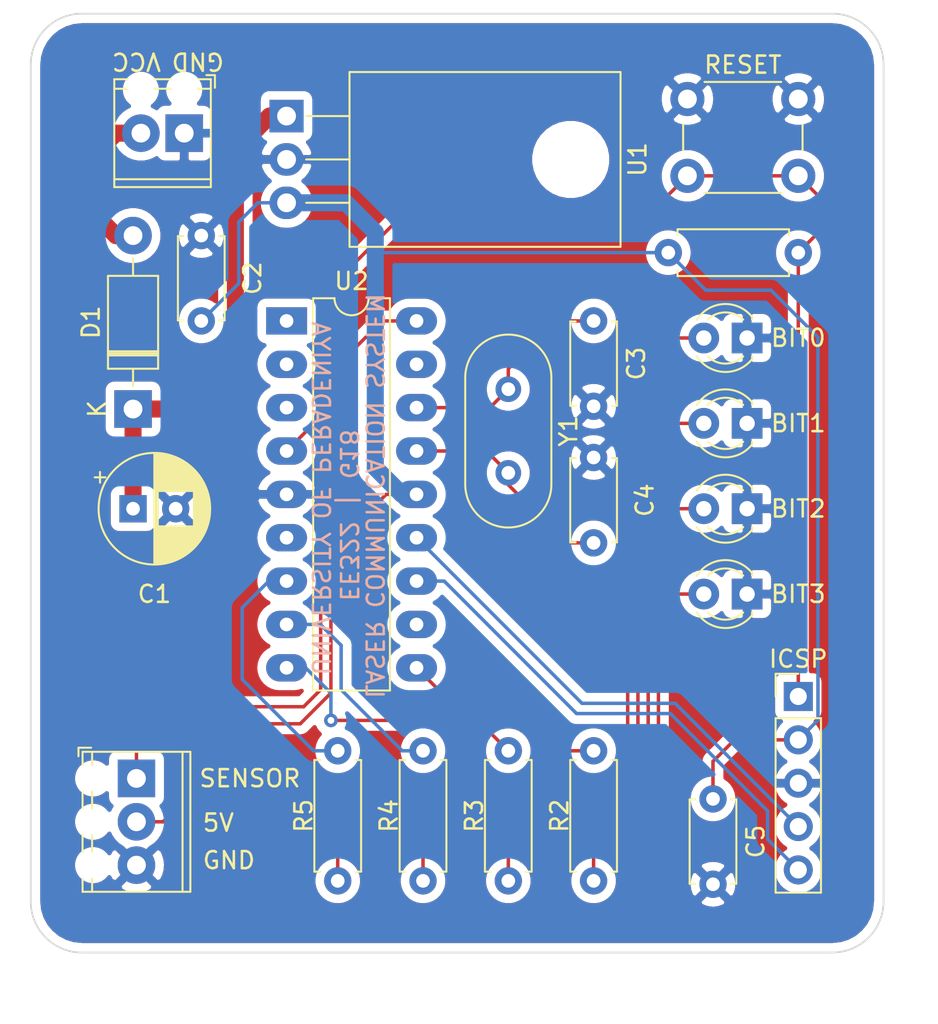
<source format=kicad_pcb>
(kicad_pcb (version 20171130) (host pcbnew "(5.1.9)-1")
  (layers (0 F.Cu signal) (31 B.Cu signal) (34 B.Paste user) (35 F.Paste user) (36 B.SilkS user) (37 F.SilkS user) (38 B.Mask user) (39 F.Mask user) (44 Edge.Cuts user))
  (net 0 "")
  (net 1 "Net-(C1-Pad1)")
  (net 2 GND)
  (net 3 5V)
  (net 4 "Net-(C3-Pad1)")
  (net 5 "Net-(C4-Pad1)")
  (net 6 "Net-(D1-Pad2)")
  (net 7 "Net-(D2-Pad2)")
  (net 8 "Net-(D3-Pad2)")
  (net 9 "Net-(D4-Pad2)")
  (net 10 "Net-(D5-Pad2)")
  (net 11 SENSOR)
  (net 12 MCLR)
  (net 13 DATA)
  (net 14 CLOCK)
  (net 15 BIT3)
  (net 16 BIT2)
  (net 17 BIT1)
  (net 18 BIT0)
  (net 19 "Net-(U2-Pad1)")
  (net 20 "Net-(U2-Pad2)")
  (net 21 "Net-(U2-Pad11)")
  (net 22 "Net-(U2-Pad3)")
  (net 23 "Net-(U2-Pad6)")
  (net 24 "Net-(U2-Pad17)")
  (module Connector_PinHeader_2.54mm:PinHeader_1x05_P2.54mm_Vertical (layer F.Cu) (at 161.8 100.8)
    (fp_text reference ICSP (at 0 -2.2) (layer F.SilkS))
    (fp_text value Conn_01x05_Male)
    (fp_line (start -1.33 11.49) (end 1.33 11.49) (layer F.SilkS) (width 0.12))
    (fp_line (start -1.33 1.27) (end -1.33 11.49) (layer F.SilkS) (width 0.12))
    (fp_line (start 1.33 1.27) (end 1.33 11.49) (layer F.SilkS) (width 0.12))
    (fp_line (start -1.33 1.27) (end 1.33 1.27) (layer F.SilkS) (width 0.12))
    (fp_line (start -1.33 0) (end -1.33 -1.33) (layer F.SilkS) (width 0.12))
    (fp_line (start -1.33 -1.33) (end 0 -1.33) (layer F.SilkS) (width 0.12))
    (pad 5 thru_hole oval (at 0 10.16) (size 1.7 1.7) (drill 1) (layers *.Cu *.Mask) (net 14 CLOCK))
    (pad 4 thru_hole oval (at 0 7.62) (size 1.7 1.7) (drill 1) (layers *.Cu *.Mask) (net 13 DATA))
    (pad 3 thru_hole oval (at 0 5.08) (size 1.7 1.7) (drill 1) (layers *.Cu *.Mask) (net 2 GND))
    (pad 2 thru_hole oval (at 0 2.54) (size 1.7 1.7) (drill 1) (layers *.Cu *.Mask) (net 3 5V))
    (pad 1 thru_hole rect (at 0 0) (size 1.7 1.7) (drill 1) (layers *.Cu *.Mask) (net 12 MCLR))
  )
  (module Capacitor_THT:CP_Radial_D6.3mm_P2.50mm (layer F.Cu) (at 122.8 89.8)
    (fp_text reference C1 (at 1.25 5) (layer F.SilkS))
    (fp_text value 100uF)
    (fp_line (start -1.935241 -2.154) (end -1.935241 -1.524) (layer F.SilkS) (width 0.12))
    (fp_line (start -2.250241 -1.839) (end -1.620241 -1.839) (layer F.SilkS) (width 0.12))
    (fp_line (start 4.491 -0.402) (end 4.491 0.402) (layer F.SilkS) (width 0.12))
    (fp_line (start 4.451 -0.633) (end 4.451 0.633) (layer F.SilkS) (width 0.12))
    (fp_line (start 4.411 -0.802) (end 4.411 0.802) (layer F.SilkS) (width 0.12))
    (fp_line (start 4.371 -0.94) (end 4.371 0.94) (layer F.SilkS) (width 0.12))
    (fp_line (start 4.331 -1.059) (end 4.331 1.059) (layer F.SilkS) (width 0.12))
    (fp_line (start 4.291 -1.165) (end 4.291 1.165) (layer F.SilkS) (width 0.12))
    (fp_line (start 4.251 -1.262) (end 4.251 1.262) (layer F.SilkS) (width 0.12))
    (fp_line (start 4.211 -1.35) (end 4.211 1.35) (layer F.SilkS) (width 0.12))
    (fp_line (start 4.171 -1.432) (end 4.171 1.432) (layer F.SilkS) (width 0.12))
    (fp_line (start 4.131 -1.509) (end 4.131 1.509) (layer F.SilkS) (width 0.12))
    (fp_line (start 4.091 -1.581) (end 4.091 1.581) (layer F.SilkS) (width 0.12))
    (fp_line (start 4.051 -1.65) (end 4.051 1.65) (layer F.SilkS) (width 0.12))
    (fp_line (start 4.011 -1.714) (end 4.011 1.714) (layer F.SilkS) (width 0.12))
    (fp_line (start 3.971 -1.776) (end 3.971 1.776) (layer F.SilkS) (width 0.12))
    (fp_line (start 3.931 -1.834) (end 3.931 1.834) (layer F.SilkS) (width 0.12))
    (fp_line (start 3.891 -1.89) (end 3.891 1.89) (layer F.SilkS) (width 0.12))
    (fp_line (start 3.851 -1.944) (end 3.851 1.944) (layer F.SilkS) (width 0.12))
    (fp_line (start 3.811 -1.995) (end 3.811 1.995) (layer F.SilkS) (width 0.12))
    (fp_line (start 3.771 -2.044) (end 3.771 2.044) (layer F.SilkS) (width 0.12))
    (fp_line (start 3.731 -2.092) (end 3.731 2.092) (layer F.SilkS) (width 0.12))
    (fp_line (start 3.691 -2.137) (end 3.691 2.137) (layer F.SilkS) (width 0.12))
    (fp_line (start 3.651 -2.182) (end 3.651 2.182) (layer F.SilkS) (width 0.12))
    (fp_line (start 3.611 -2.224) (end 3.611 2.224) (layer F.SilkS) (width 0.12))
    (fp_line (start 3.571 -2.265) (end 3.571 2.265) (layer F.SilkS) (width 0.12))
    (fp_line (start 3.531 1.04) (end 3.531 2.305) (layer F.SilkS) (width 0.12))
    (fp_line (start 3.531 -2.305) (end 3.531 -1.04) (layer F.SilkS) (width 0.12))
    (fp_line (start 3.491 1.04) (end 3.491 2.343) (layer F.SilkS) (width 0.12))
    (fp_line (start 3.491 -2.343) (end 3.491 -1.04) (layer F.SilkS) (width 0.12))
    (fp_line (start 3.451 1.04) (end 3.451 2.38) (layer F.SilkS) (width 0.12))
    (fp_line (start 3.451 -2.38) (end 3.451 -1.04) (layer F.SilkS) (width 0.12))
    (fp_line (start 3.411 1.04) (end 3.411 2.416) (layer F.SilkS) (width 0.12))
    (fp_line (start 3.411 -2.416) (end 3.411 -1.04) (layer F.SilkS) (width 0.12))
    (fp_line (start 3.371 1.04) (end 3.371 2.45) (layer F.SilkS) (width 0.12))
    (fp_line (start 3.371 -2.45) (end 3.371 -1.04) (layer F.SilkS) (width 0.12))
    (fp_line (start 3.331 1.04) (end 3.331 2.484) (layer F.SilkS) (width 0.12))
    (fp_line (start 3.331 -2.484) (end 3.331 -1.04) (layer F.SilkS) (width 0.12))
    (fp_line (start 3.291 1.04) (end 3.291 2.516) (layer F.SilkS) (width 0.12))
    (fp_line (start 3.291 -2.516) (end 3.291 -1.04) (layer F.SilkS) (width 0.12))
    (fp_line (start 3.251 1.04) (end 3.251 2.548) (layer F.SilkS) (width 0.12))
    (fp_line (start 3.251 -2.548) (end 3.251 -1.04) (layer F.SilkS) (width 0.12))
    (fp_line (start 3.211 1.04) (end 3.211 2.578) (layer F.SilkS) (width 0.12))
    (fp_line (start 3.211 -2.578) (end 3.211 -1.04) (layer F.SilkS) (width 0.12))
    (fp_line (start 3.171 1.04) (end 3.171 2.607) (layer F.SilkS) (width 0.12))
    (fp_line (start 3.171 -2.607) (end 3.171 -1.04) (layer F.SilkS) (width 0.12))
    (fp_line (start 3.131 1.04) (end 3.131 2.636) (layer F.SilkS) (width 0.12))
    (fp_line (start 3.131 -2.636) (end 3.131 -1.04) (layer F.SilkS) (width 0.12))
    (fp_line (start 3.091 1.04) (end 3.091 2.664) (layer F.SilkS) (width 0.12))
    (fp_line (start 3.091 -2.664) (end 3.091 -1.04) (layer F.SilkS) (width 0.12))
    (fp_line (start 3.051 1.04) (end 3.051 2.69) (layer F.SilkS) (width 0.12))
    (fp_line (start 3.051 -2.69) (end 3.051 -1.04) (layer F.SilkS) (width 0.12))
    (fp_line (start 3.011 1.04) (end 3.011 2.716) (layer F.SilkS) (width 0.12))
    (fp_line (start 3.011 -2.716) (end 3.011 -1.04) (layer F.SilkS) (width 0.12))
    (fp_line (start 2.971 1.04) (end 2.971 2.742) (layer F.SilkS) (width 0.12))
    (fp_line (start 2.971 -2.742) (end 2.971 -1.04) (layer F.SilkS) (width 0.12))
    (fp_line (start 2.931 1.04) (end 2.931 2.766) (layer F.SilkS) (width 0.12))
    (fp_line (start 2.931 -2.766) (end 2.931 -1.04) (layer F.SilkS) (width 0.12))
    (fp_line (start 2.891 1.04) (end 2.891 2.79) (layer F.SilkS) (width 0.12))
    (fp_line (start 2.891 -2.79) (end 2.891 -1.04) (layer F.SilkS) (width 0.12))
    (fp_line (start 2.851 1.04) (end 2.851 2.812) (layer F.SilkS) (width 0.12))
    (fp_line (start 2.851 -2.812) (end 2.851 -1.04) (layer F.SilkS) (width 0.12))
    (fp_line (start 2.811 1.04) (end 2.811 2.834) (layer F.SilkS) (width 0.12))
    (fp_line (start 2.811 -2.834) (end 2.811 -1.04) (layer F.SilkS) (width 0.12))
    (fp_line (start 2.771 1.04) (end 2.771 2.856) (layer F.SilkS) (width 0.12))
    (fp_line (start 2.771 -2.856) (end 2.771 -1.04) (layer F.SilkS) (width 0.12))
    (fp_line (start 2.731 1.04) (end 2.731 2.876) (layer F.SilkS) (width 0.12))
    (fp_line (start 2.731 -2.876) (end 2.731 -1.04) (layer F.SilkS) (width 0.12))
    (fp_line (start 2.691 1.04) (end 2.691 2.896) (layer F.SilkS) (width 0.12))
    (fp_line (start 2.691 -2.896) (end 2.691 -1.04) (layer F.SilkS) (width 0.12))
    (fp_line (start 2.651 1.04) (end 2.651 2.916) (layer F.SilkS) (width 0.12))
    (fp_line (start 2.651 -2.916) (end 2.651 -1.04) (layer F.SilkS) (width 0.12))
    (fp_line (start 2.611 1.04) (end 2.611 2.934) (layer F.SilkS) (width 0.12))
    (fp_line (start 2.611 -2.934) (end 2.611 -1.04) (layer F.SilkS) (width 0.12))
    (fp_line (start 2.571 1.04) (end 2.571 2.952) (layer F.SilkS) (width 0.12))
    (fp_line (start 2.571 -2.952) (end 2.571 -1.04) (layer F.SilkS) (width 0.12))
    (fp_line (start 2.531 1.04) (end 2.531 2.97) (layer F.SilkS) (width 0.12))
    (fp_line (start 2.531 -2.97) (end 2.531 -1.04) (layer F.SilkS) (width 0.12))
    (fp_line (start 2.491 1.04) (end 2.491 2.986) (layer F.SilkS) (width 0.12))
    (fp_line (start 2.491 -2.986) (end 2.491 -1.04) (layer F.SilkS) (width 0.12))
    (fp_line (start 2.451 1.04) (end 2.451 3.002) (layer F.SilkS) (width 0.12))
    (fp_line (start 2.451 -3.002) (end 2.451 -1.04) (layer F.SilkS) (width 0.12))
    (fp_line (start 2.411 1.04) (end 2.411 3.018) (layer F.SilkS) (width 0.12))
    (fp_line (start 2.411 -3.018) (end 2.411 -1.04) (layer F.SilkS) (width 0.12))
    (fp_line (start 2.371 1.04) (end 2.371 3.033) (layer F.SilkS) (width 0.12))
    (fp_line (start 2.371 -3.033) (end 2.371 -1.04) (layer F.SilkS) (width 0.12))
    (fp_line (start 2.331 1.04) (end 2.331 3.047) (layer F.SilkS) (width 0.12))
    (fp_line (start 2.331 -3.047) (end 2.331 -1.04) (layer F.SilkS) (width 0.12))
    (fp_line (start 2.291 1.04) (end 2.291 3.061) (layer F.SilkS) (width 0.12))
    (fp_line (start 2.291 -3.061) (end 2.291 -1.04) (layer F.SilkS) (width 0.12))
    (fp_line (start 2.251 1.04) (end 2.251 3.074) (layer F.SilkS) (width 0.12))
    (fp_line (start 2.251 -3.074) (end 2.251 -1.04) (layer F.SilkS) (width 0.12))
    (fp_line (start 2.211 1.04) (end 2.211 3.086) (layer F.SilkS) (width 0.12))
    (fp_line (start 2.211 -3.086) (end 2.211 -1.04) (layer F.SilkS) (width 0.12))
    (fp_line (start 2.171 1.04) (end 2.171 3.098) (layer F.SilkS) (width 0.12))
    (fp_line (start 2.171 -3.098) (end 2.171 -1.04) (layer F.SilkS) (width 0.12))
    (fp_line (start 2.131 1.04) (end 2.131 3.11) (layer F.SilkS) (width 0.12))
    (fp_line (start 2.131 -3.11) (end 2.131 -1.04) (layer F.SilkS) (width 0.12))
    (fp_line (start 2.091 1.04) (end 2.091 3.121) (layer F.SilkS) (width 0.12))
    (fp_line (start 2.091 -3.121) (end 2.091 -1.04) (layer F.SilkS) (width 0.12))
    (fp_line (start 2.051 1.04) (end 2.051 3.131) (layer F.SilkS) (width 0.12))
    (fp_line (start 2.051 -3.131) (end 2.051 -1.04) (layer F.SilkS) (width 0.12))
    (fp_line (start 2.011 1.04) (end 2.011 3.141) (layer F.SilkS) (width 0.12))
    (fp_line (start 2.011 -3.141) (end 2.011 -1.04) (layer F.SilkS) (width 0.12))
    (fp_line (start 1.971 1.04) (end 1.971 3.15) (layer F.SilkS) (width 0.12))
    (fp_line (start 1.971 -3.15) (end 1.971 -1.04) (layer F.SilkS) (width 0.12))
    (fp_line (start 1.93 1.04) (end 1.93 3.159) (layer F.SilkS) (width 0.12))
    (fp_line (start 1.93 -3.159) (end 1.93 -1.04) (layer F.SilkS) (width 0.12))
    (fp_line (start 1.89 1.04) (end 1.89 3.167) (layer F.SilkS) (width 0.12))
    (fp_line (start 1.89 -3.167) (end 1.89 -1.04) (layer F.SilkS) (width 0.12))
    (fp_line (start 1.85 1.04) (end 1.85 3.175) (layer F.SilkS) (width 0.12))
    (fp_line (start 1.85 -3.175) (end 1.85 -1.04) (layer F.SilkS) (width 0.12))
    (fp_line (start 1.81 1.04) (end 1.81 3.182) (layer F.SilkS) (width 0.12))
    (fp_line (start 1.81 -3.182) (end 1.81 -1.04) (layer F.SilkS) (width 0.12))
    (fp_line (start 1.77 1.04) (end 1.77 3.189) (layer F.SilkS) (width 0.12))
    (fp_line (start 1.77 -3.189) (end 1.77 -1.04) (layer F.SilkS) (width 0.12))
    (fp_line (start 1.73 1.04) (end 1.73 3.195) (layer F.SilkS) (width 0.12))
    (fp_line (start 1.73 -3.195) (end 1.73 -1.04) (layer F.SilkS) (width 0.12))
    (fp_line (start 1.69 1.04) (end 1.69 3.201) (layer F.SilkS) (width 0.12))
    (fp_line (start 1.69 -3.201) (end 1.69 -1.04) (layer F.SilkS) (width 0.12))
    (fp_line (start 1.65 1.04) (end 1.65 3.206) (layer F.SilkS) (width 0.12))
    (fp_line (start 1.65 -3.206) (end 1.65 -1.04) (layer F.SilkS) (width 0.12))
    (fp_line (start 1.61 1.04) (end 1.61 3.211) (layer F.SilkS) (width 0.12))
    (fp_line (start 1.61 -3.211) (end 1.61 -1.04) (layer F.SilkS) (width 0.12))
    (fp_line (start 1.57 1.04) (end 1.57 3.215) (layer F.SilkS) (width 0.12))
    (fp_line (start 1.57 -3.215) (end 1.57 -1.04) (layer F.SilkS) (width 0.12))
    (fp_line (start 1.53 1.04) (end 1.53 3.218) (layer F.SilkS) (width 0.12))
    (fp_line (start 1.53 -3.218) (end 1.53 -1.04) (layer F.SilkS) (width 0.12))
    (fp_line (start 1.49 1.04) (end 1.49 3.222) (layer F.SilkS) (width 0.12))
    (fp_line (start 1.49 -3.222) (end 1.49 -1.04) (layer F.SilkS) (width 0.12))
    (fp_line (start 1.45 -3.224) (end 1.45 3.224) (layer F.SilkS) (width 0.12))
    (fp_line (start 1.41 -3.227) (end 1.41 3.227) (layer F.SilkS) (width 0.12))
    (fp_line (start 1.37 -3.228) (end 1.37 3.228) (layer F.SilkS) (width 0.12))
    (fp_line (start 1.33 -3.23) (end 1.33 3.23) (layer F.SilkS) (width 0.12))
    (fp_line (start 1.29 -3.23) (end 1.29 3.23) (layer F.SilkS) (width 0.12))
    (fp_line (start 1.25 -3.23) (end 1.25 3.23) (layer F.SilkS) (width 0.12))
    (fp_circle (center 1.25 0) (end 4.52 0) (layer F.SilkS) (width 0.12))
    (pad 1 thru_hole rect (at 0 0) (size 1.6 1.6) (drill 0.8) (layers *.Cu *.Mask) (net 1 "Net-(C1-Pad1)"))
    (pad 2 thru_hole circle (at 2.5 0) (size 1.6 1.6) (drill 0.8) (layers *.Cu *.Mask) (net 2 GND))
  )
  (module Capacitor_THT:C_Disc_D4.7mm_W2.5mm_P5.00mm (layer F.Cu) (at 126.8 78.8 90)
    (fp_text reference C2 (at 2.5 3 90) (layer F.SilkS))
    (fp_text value 0.1uF)
    (fp_line (start 0.03 -1.37) (end 4.97 -1.37) (layer F.SilkS) (width 0.12))
    (fp_line (start 0.03 1.37) (end 4.97 1.37) (layer F.SilkS) (width 0.12))
    (fp_line (start 0.03 -1.37) (end 0.03 -1.055) (layer F.SilkS) (width 0.12))
    (fp_line (start 0.03 1.055) (end 0.03 1.37) (layer F.SilkS) (width 0.12))
    (fp_line (start 4.97 -1.37) (end 4.97 -1.055) (layer F.SilkS) (width 0.12))
    (fp_line (start 4.97 1.055) (end 4.97 1.37) (layer F.SilkS) (width 0.12))
    (pad 2 thru_hole circle (at 5 0 90) (size 1.6 1.6) (drill 0.8) (layers *.Cu *.Mask) (net 2 GND))
    (pad 1 thru_hole circle (at 0 0 90) (size 1.6 1.6) (drill 0.8) (layers *.Cu *.Mask) (net 3 5V))
  )
  (module Capacitor_THT:C_Disc_D4.7mm_W2.5mm_P5.00mm (layer F.Cu) (at 149.8 78.8 270)
    (fp_text reference C3 (at 2.5 -2.5 90) (layer F.SilkS))
    (fp_text value 22pF)
    (fp_line (start 0.03 -1.37) (end 4.97 -1.37) (layer F.SilkS) (width 0.12))
    (fp_line (start 0.03 1.37) (end 4.97 1.37) (layer F.SilkS) (width 0.12))
    (fp_line (start 0.03 -1.37) (end 0.03 -1.055) (layer F.SilkS) (width 0.12))
    (fp_line (start 0.03 1.055) (end 0.03 1.37) (layer F.SilkS) (width 0.12))
    (fp_line (start 4.97 -1.37) (end 4.97 -1.055) (layer F.SilkS) (width 0.12))
    (fp_line (start 4.97 1.055) (end 4.97 1.37) (layer F.SilkS) (width 0.12))
    (pad 2 thru_hole circle (at 5 0 270) (size 1.6 1.6) (drill 0.8) (layers *.Cu *.Mask) (net 2 GND))
    (pad 1 thru_hole circle (at 0 0 270) (size 1.6 1.6) (drill 0.8) (layers *.Cu *.Mask) (net 4 "Net-(C3-Pad1)"))
  )
  (module Capacitor_THT:C_Disc_D4.7mm_W2.5mm_P5.00mm (layer F.Cu) (at 149.8 91.8 90)
    (fp_text reference C4 (at 2.5 3 90) (layer F.SilkS))
    (fp_text value 22pF)
    (fp_line (start 4.97 1.055) (end 4.97 1.37) (layer F.SilkS) (width 0.12))
    (fp_line (start 4.97 -1.37) (end 4.97 -1.055) (layer F.SilkS) (width 0.12))
    (fp_line (start 0.03 1.055) (end 0.03 1.37) (layer F.SilkS) (width 0.12))
    (fp_line (start 0.03 -1.37) (end 0.03 -1.055) (layer F.SilkS) (width 0.12))
    (fp_line (start 0.03 1.37) (end 4.97 1.37) (layer F.SilkS) (width 0.12))
    (fp_line (start 0.03 -1.37) (end 4.97 -1.37) (layer F.SilkS) (width 0.12))
    (pad 1 thru_hole circle (at 0 0 90) (size 1.6 1.6) (drill 0.8) (layers *.Cu *.Mask) (net 5 "Net-(C4-Pad1)"))
    (pad 2 thru_hole circle (at 5 0 90) (size 1.6 1.6) (drill 0.8) (layers *.Cu *.Mask) (net 2 GND))
  )
  (module Capacitor_THT:C_Disc_D4.7mm_W2.5mm_P5.00mm (layer F.Cu) (at 156.8 106.8 270)
    (fp_text reference C5 (at 2.5 -2.5 90) (layer F.SilkS))
    (fp_text value 0.1uF)
    (fp_line (start 4.97 1.055) (end 4.97 1.37) (layer F.SilkS) (width 0.12))
    (fp_line (start 4.97 -1.37) (end 4.97 -1.055) (layer F.SilkS) (width 0.12))
    (fp_line (start 0.03 1.055) (end 0.03 1.37) (layer F.SilkS) (width 0.12))
    (fp_line (start 0.03 -1.37) (end 0.03 -1.055) (layer F.SilkS) (width 0.12))
    (fp_line (start 0.03 1.37) (end 4.97 1.37) (layer F.SilkS) (width 0.12))
    (fp_line (start 0.03 -1.37) (end 4.97 -1.37) (layer F.SilkS) (width 0.12))
    (pad 1 thru_hole circle (at 0 0 270) (size 1.6 1.6) (drill 0.8) (layers *.Cu *.Mask) (net 3 5V))
    (pad 2 thru_hole circle (at 5 0 270) (size 1.6 1.6) (drill 0.8) (layers *.Cu *.Mask) (net 2 GND))
  )
  (module Diode_THT:D_DO-41_SOD81_P10.16mm_Horizontal (layer F.Cu) (at 122.8 83.96 90)
    (fp_text reference D1 (at 5.08 -2.47 90) (layer F.SilkS))
    (fp_text value 1N4007)
    (fp_line (start 3.14 -1.47) (end 3.14 1.47) (layer F.SilkS) (width 0.12))
    (fp_line (start 3.38 -1.47) (end 3.38 1.47) (layer F.SilkS) (width 0.12))
    (fp_line (start 3.26 -1.47) (end 3.26 1.47) (layer F.SilkS) (width 0.12))
    (fp_line (start 8.82 0) (end 7.8 0) (layer F.SilkS) (width 0.12))
    (fp_line (start 1.34 0) (end 2.36 0) (layer F.SilkS) (width 0.12))
    (fp_line (start 7.8 -1.47) (end 2.36 -1.47) (layer F.SilkS) (width 0.12))
    (fp_line (start 7.8 1.47) (end 7.8 -1.47) (layer F.SilkS) (width 0.12))
    (fp_line (start 2.36 1.47) (end 7.8 1.47) (layer F.SilkS) (width 0.12))
    (fp_line (start 2.36 -1.47) (end 2.36 1.47) (layer F.SilkS) (width 0.12))
    (fp_text user K (at 0 -2.1 90) (layer F.SilkS))
    (pad 1 thru_hole rect (at 0 0 90) (size 2.2 2.2) (drill 1.1) (layers *.Cu *.Mask) (net 1 "Net-(C1-Pad1)"))
    (pad 2 thru_hole oval (at 10.16 0 90) (size 2.2 2.2) (drill 1.1) (layers *.Cu *.Mask) (net 6 "Net-(D1-Pad2)"))
  )
  (module LED_THT:LED_D3.0mm (layer F.Cu) (at 158.8 94.8 180)
    (fp_text reference BIT3 (at -3 0) (layer F.SilkS))
    (fp_text value LED)
    (fp_line (start -0.29 1.08) (end -0.29 1.236) (layer F.SilkS) (width 0.12))
    (fp_line (start -0.29 -1.236) (end -0.29 -1.08) (layer F.SilkS) (width 0.12))
    (fp_arc (start 1.27 0) (end -0.29 -1.235516) (angle 108.8) (layer F.SilkS) (width 0.12))
    (fp_arc (start 1.27 0) (end -0.29 1.235516) (angle -108.8) (layer F.SilkS) (width 0.12))
    (fp_arc (start 1.27 0) (end 0.229039 -1.08) (angle 87.9) (layer F.SilkS) (width 0.12))
    (fp_arc (start 1.27 0) (end 0.229039 1.08) (angle -87.9) (layer F.SilkS) (width 0.12))
    (pad 1 thru_hole rect (at 0 0 180) (size 1.8 1.8) (drill 0.9) (layers *.Cu *.Mask) (net 2 GND))
    (pad 2 thru_hole circle (at 2.54 0 180) (size 1.8 1.8) (drill 0.9) (layers *.Cu *.Mask) (net 7 "Net-(D2-Pad2)"))
  )
  (module LED_THT:LED_D3.0mm (layer F.Cu) (at 158.8 89.8 180)
    (fp_text reference BIT2 (at -3 0) (layer F.SilkS))
    (fp_text value LED)
    (fp_line (start -0.29 -1.236) (end -0.29 -1.08) (layer F.SilkS) (width 0.12))
    (fp_line (start -0.29 1.08) (end -0.29 1.236) (layer F.SilkS) (width 0.12))
    (fp_arc (start 1.27 0) (end 0.229039 1.08) (angle -87.9) (layer F.SilkS) (width 0.12))
    (fp_arc (start 1.27 0) (end 0.229039 -1.08) (angle 87.9) (layer F.SilkS) (width 0.12))
    (fp_arc (start 1.27 0) (end -0.29 1.235516) (angle -108.8) (layer F.SilkS) (width 0.12))
    (fp_arc (start 1.27 0) (end -0.29 -1.235516) (angle 108.8) (layer F.SilkS) (width 0.12))
    (pad 2 thru_hole circle (at 2.54 0 180) (size 1.8 1.8) (drill 0.9) (layers *.Cu *.Mask) (net 8 "Net-(D3-Pad2)"))
    (pad 1 thru_hole rect (at 0 0 180) (size 1.8 1.8) (drill 0.9) (layers *.Cu *.Mask) (net 2 GND))
  )
  (module LED_THT:LED_D3.0mm (layer F.Cu) (at 158.8 84.8 180)
    (fp_text reference BIT1 (at -3 0) (layer F.SilkS))
    (fp_text value LED)
    (fp_line (start -0.29 1.08) (end -0.29 1.236) (layer F.SilkS) (width 0.12))
    (fp_line (start -0.29 -1.236) (end -0.29 -1.08) (layer F.SilkS) (width 0.12))
    (fp_arc (start 1.27 0) (end -0.29 -1.235516) (angle 108.8) (layer F.SilkS) (width 0.12))
    (fp_arc (start 1.27 0) (end -0.29 1.235516) (angle -108.8) (layer F.SilkS) (width 0.12))
    (fp_arc (start 1.27 0) (end 0.229039 -1.08) (angle 87.9) (layer F.SilkS) (width 0.12))
    (fp_arc (start 1.27 0) (end 0.229039 1.08) (angle -87.9) (layer F.SilkS) (width 0.12))
    (pad 1 thru_hole rect (at 0 0 180) (size 1.8 1.8) (drill 0.9) (layers *.Cu *.Mask) (net 2 GND))
    (pad 2 thru_hole circle (at 2.54 0 180) (size 1.8 1.8) (drill 0.9) (layers *.Cu *.Mask) (net 9 "Net-(D4-Pad2)"))
  )
  (module LED_THT:LED_D3.0mm (layer F.Cu) (at 158.8 79.8 180)
    (fp_text reference BIT0 (at -3 0) (layer F.SilkS))
    (fp_text value LED)
    (fp_line (start -0.29 -1.236) (end -0.29 -1.08) (layer F.SilkS) (width 0.12))
    (fp_line (start -0.29 1.08) (end -0.29 1.236) (layer F.SilkS) (width 0.12))
    (fp_arc (start 1.27 0) (end 0.229039 1.08) (angle -87.9) (layer F.SilkS) (width 0.12))
    (fp_arc (start 1.27 0) (end 0.229039 -1.08) (angle 87.9) (layer F.SilkS) (width 0.12))
    (fp_arc (start 1.27 0) (end -0.29 1.235516) (angle -108.8) (layer F.SilkS) (width 0.12))
    (fp_arc (start 1.27 0) (end -0.29 -1.235516) (angle 108.8) (layer F.SilkS) (width 0.12))
    (pad 2 thru_hole circle (at 2.54 0 180) (size 1.8 1.8) (drill 0.9) (layers *.Cu *.Mask) (net 10 "Net-(D5-Pad2)"))
    (pad 1 thru_hole rect (at 0 0 180) (size 1.8 1.8) (drill 0.9) (layers *.Cu *.Mask) (net 2 GND))
  )
  (module TerminalBlock_Phoenix:TerminalBlock_Phoenix_MPT-0,5-2-2.54_1x02_P2.54mm_Horizontal (layer F.Cu) (at 125.8 67.8 180)
    (fp_text reference J1 hide)
    (fp_text value Screw_Terminal_01x02)
    (fp_line (start -1.8 3.4) (end -1.3 3.4) (layer F.SilkS) (width 0.12))
    (fp_line (start -1.8 2.66) (end -1.8 3.4) (layer F.SilkS) (width 0.12))
    (fp_line (start 4.1 -3.16) (end 4.1 3.16) (layer F.SilkS) (width 0.12))
    (fp_line (start -1.56 -3.16) (end -1.56 3.16) (layer F.SilkS) (width 0.12))
    (fp_line (start 3.33 3.16) (end 4.1 3.16) (layer F.SilkS) (width 0.12))
    (fp_line (start 0.79 3.16) (end 1.75 3.16) (layer F.SilkS) (width 0.12))
    (fp_line (start -1.56 3.16) (end -0.79 3.16) (layer F.SilkS) (width 0.12))
    (fp_line (start -1.56 -3.16) (end 4.1 -3.16) (layer F.SilkS) (width 0.12))
    (fp_line (start -1.56 -2.7) (end 4.1 -2.7) (layer F.SilkS) (width 0.12))
    (fp_line (start 3.33 2.6) (end 4.1 2.6) (layer F.SilkS) (width 0.12))
    (fp_line (start 0.79 2.6) (end 1.75 2.6) (layer F.SilkS) (width 0.12))
    (fp_line (start -1.56 2.6) (end -0.79 2.6) (layer F.SilkS) (width 0.12))
    (pad 1 thru_hole rect (at 0 0 180) (size 2.2 2.2) (drill 1.1) (layers *.Cu *.Mask) (net 2 GND))
    (pad "" np_thru_hole circle (at 0 2.54 180) (size 1.1 1.1) (drill 1.1) (layers *.Cu *.Mask))
    (pad 2 thru_hole circle (at 2.54 0 180) (size 2.2 2.2) (drill 1.1) (layers *.Cu *.Mask) (net 6 "Net-(D1-Pad2)"))
    (pad "" np_thru_hole circle (at 2.54 2.54 180) (size 1.1 1.1) (drill 1.1) (layers *.Cu *.Mask))
  )
  (module TerminalBlock_Phoenix:TerminalBlock_Phoenix_MPT-0,5-3-2.54_1x03_P2.54mm_Horizontal (layer F.Cu) (at 123 105.6 270)
    (fp_text reference J2 hide)
    (fp_text value Screw_Terminal_01x03)
    (fp_line (start -1.8 3.4) (end -1.3 3.4) (layer F.SilkS) (width 0.12))
    (fp_line (start -1.8 2.66) (end -1.8 3.4) (layer F.SilkS) (width 0.12))
    (fp_line (start 6.64 -3.16) (end 6.64 3.16) (layer F.SilkS) (width 0.12))
    (fp_line (start -1.56 -3.16) (end -1.56 3.16) (layer F.SilkS) (width 0.12))
    (fp_line (start 5.87 3.16) (end 6.64 3.16) (layer F.SilkS) (width 0.12))
    (fp_line (start 3.33 3.16) (end 4.29 3.16) (layer F.SilkS) (width 0.12))
    (fp_line (start 0.79 3.16) (end 1.75 3.16) (layer F.SilkS) (width 0.12))
    (fp_line (start -1.56 3.16) (end -0.79 3.16) (layer F.SilkS) (width 0.12))
    (fp_line (start -1.56 -3.16) (end 6.64 -3.16) (layer F.SilkS) (width 0.12))
    (fp_line (start -1.56 -2.7) (end 6.64 -2.7) (layer F.SilkS) (width 0.12))
    (fp_line (start 5.87 2.6) (end 6.64 2.6) (layer F.SilkS) (width 0.12))
    (fp_line (start 3.33 2.6) (end 4.29 2.6) (layer F.SilkS) (width 0.12))
    (fp_line (start 0.79 2.6) (end 1.75 2.6) (layer F.SilkS) (width 0.12))
    (fp_line (start -1.56 2.6) (end -0.79 2.6) (layer F.SilkS) (width 0.12))
    (pad 1 thru_hole rect (at 0 0 270) (size 2.2 2.2) (drill 1.1) (layers *.Cu *.Mask) (net 11 SENSOR))
    (pad "" np_thru_hole circle (at 0 2.54 270) (size 1.1 1.1) (drill 1.1) (layers *.Cu *.Mask))
    (pad 2 thru_hole circle (at 2.54 0 270) (size 2.2 2.2) (drill 1.1) (layers *.Cu *.Mask) (net 3 5V))
    (pad "" np_thru_hole circle (at 2.54 2.54 270) (size 1.1 1.1) (drill 1.1) (layers *.Cu *.Mask))
    (pad 3 thru_hole circle (at 5.08 0 270) (size 2.2 2.2) (drill 1.1) (layers *.Cu *.Mask) (net 2 GND))
    (pad "" np_thru_hole circle (at 5.08 2.54 270) (size 1.1 1.1) (drill 1.1) (layers *.Cu *.Mask))
  )
  (module Resistor_THT:R_Axial_DIN0207_L6.3mm_D2.5mm_P7.62mm_Horizontal (layer F.Cu) (at 154.18 74.8)
    (fp_text reference R1 hide)
    (fp_text value 10k)
    (fp_line (start 7.08 1.37) (end 7.08 1.04) (layer F.SilkS) (width 0.12))
    (fp_line (start 0.54 1.37) (end 7.08 1.37) (layer F.SilkS) (width 0.12))
    (fp_line (start 0.54 1.04) (end 0.54 1.37) (layer F.SilkS) (width 0.12))
    (fp_line (start 7.08 -1.37) (end 7.08 -1.04) (layer F.SilkS) (width 0.12))
    (fp_line (start 0.54 -1.37) (end 7.08 -1.37) (layer F.SilkS) (width 0.12))
    (fp_line (start 0.54 -1.04) (end 0.54 -1.37) (layer F.SilkS) (width 0.12))
    (pad 1 thru_hole circle (at 0 0) (size 1.6 1.6) (drill 0.8) (layers *.Cu *.Mask) (net 3 5V))
    (pad 2 thru_hole oval (at 7.62 0) (size 1.6 1.6) (drill 0.8) (layers *.Cu *.Mask) (net 12 MCLR))
  )
  (module Resistor_THT:R_Axial_DIN0207_L6.3mm_D2.5mm_P7.62mm_Horizontal (layer F.Cu) (at 149.8 111.6 90)
    (fp_text reference R2 (at 3.81 -2 90) (layer F.SilkS))
    (fp_text value 330)
    (fp_line (start 7.08 1.37) (end 7.08 1.04) (layer F.SilkS) (width 0.12))
    (fp_line (start 0.54 1.37) (end 7.08 1.37) (layer F.SilkS) (width 0.12))
    (fp_line (start 0.54 1.04) (end 0.54 1.37) (layer F.SilkS) (width 0.12))
    (fp_line (start 7.08 -1.37) (end 7.08 -1.04) (layer F.SilkS) (width 0.12))
    (fp_line (start 0.54 -1.37) (end 7.08 -1.37) (layer F.SilkS) (width 0.12))
    (fp_line (start 0.54 -1.04) (end 0.54 -1.37) (layer F.SilkS) (width 0.12))
    (pad 1 thru_hole circle (at 0 0 90) (size 1.6 1.6) (drill 0.8) (layers *.Cu *.Mask) (net 7 "Net-(D2-Pad2)"))
    (pad 2 thru_hole oval (at 7.62 0 90) (size 1.6 1.6) (drill 0.8) (layers *.Cu *.Mask) (net 15 BIT3))
  )
  (module Resistor_THT:R_Axial_DIN0207_L6.3mm_D2.5mm_P7.62mm_Horizontal (layer F.Cu) (at 144.8 111.6 90)
    (fp_text reference R3 (at 3.81 -2 90) (layer F.SilkS))
    (fp_text value 330)
    (fp_line (start 0.54 -1.04) (end 0.54 -1.37) (layer F.SilkS) (width 0.12))
    (fp_line (start 0.54 -1.37) (end 7.08 -1.37) (layer F.SilkS) (width 0.12))
    (fp_line (start 7.08 -1.37) (end 7.08 -1.04) (layer F.SilkS) (width 0.12))
    (fp_line (start 0.54 1.04) (end 0.54 1.37) (layer F.SilkS) (width 0.12))
    (fp_line (start 0.54 1.37) (end 7.08 1.37) (layer F.SilkS) (width 0.12))
    (fp_line (start 7.08 1.37) (end 7.08 1.04) (layer F.SilkS) (width 0.12))
    (pad 2 thru_hole oval (at 7.62 0 90) (size 1.6 1.6) (drill 0.8) (layers *.Cu *.Mask) (net 16 BIT2))
    (pad 1 thru_hole circle (at 0 0 90) (size 1.6 1.6) (drill 0.8) (layers *.Cu *.Mask) (net 8 "Net-(D3-Pad2)"))
  )
  (module Resistor_THT:R_Axial_DIN0207_L6.3mm_D2.5mm_P7.62mm_Horizontal (layer F.Cu) (at 139.8 111.6 90)
    (fp_text reference R4 (at 3.81 -2 90) (layer F.SilkS))
    (fp_text value 330)
    (fp_line (start 7.08 1.37) (end 7.08 1.04) (layer F.SilkS) (width 0.12))
    (fp_line (start 0.54 1.37) (end 7.08 1.37) (layer F.SilkS) (width 0.12))
    (fp_line (start 0.54 1.04) (end 0.54 1.37) (layer F.SilkS) (width 0.12))
    (fp_line (start 7.08 -1.37) (end 7.08 -1.04) (layer F.SilkS) (width 0.12))
    (fp_line (start 0.54 -1.37) (end 7.08 -1.37) (layer F.SilkS) (width 0.12))
    (fp_line (start 0.54 -1.04) (end 0.54 -1.37) (layer F.SilkS) (width 0.12))
    (pad 1 thru_hole circle (at 0 0 90) (size 1.6 1.6) (drill 0.8) (layers *.Cu *.Mask) (net 9 "Net-(D4-Pad2)"))
    (pad 2 thru_hole oval (at 7.62 0 90) (size 1.6 1.6) (drill 0.8) (layers *.Cu *.Mask) (net 17 BIT1))
  )
  (module Resistor_THT:R_Axial_DIN0207_L6.3mm_D2.5mm_P7.62mm_Horizontal (layer F.Cu) (at 134.8 111.6 90)
    (fp_text reference R5 (at 3.81 -2 90) (layer F.SilkS))
    (fp_text value 330)
    (fp_line (start 0.54 -1.04) (end 0.54 -1.37) (layer F.SilkS) (width 0.12))
    (fp_line (start 0.54 -1.37) (end 7.08 -1.37) (layer F.SilkS) (width 0.12))
    (fp_line (start 7.08 -1.37) (end 7.08 -1.04) (layer F.SilkS) (width 0.12))
    (fp_line (start 0.54 1.04) (end 0.54 1.37) (layer F.SilkS) (width 0.12))
    (fp_line (start 0.54 1.37) (end 7.08 1.37) (layer F.SilkS) (width 0.12))
    (fp_line (start 7.08 1.37) (end 7.08 1.04) (layer F.SilkS) (width 0.12))
    (pad 2 thru_hole oval (at 7.62 0 90) (size 1.6 1.6) (drill 0.8) (layers *.Cu *.Mask) (net 18 BIT0))
    (pad 1 thru_hole circle (at 0 0 90) (size 1.6 1.6) (drill 0.8) (layers *.Cu *.Mask) (net 10 "Net-(D5-Pad2)"))
  )
  (module Button_Switch_THT:SW_PUSH_6mm_H4.3mm (layer F.Cu) (at 155.3 65.8)
    (fp_text reference RESET (at 3.25 -2) (layer F.SilkS))
    (fp_text value Reset)
    (fp_line (start 6.75 3) (end 6.75 1.5) (layer F.SilkS) (width 0.12))
    (fp_line (start 5.5 -1) (end 1 -1) (layer F.SilkS) (width 0.12))
    (fp_line (start -0.25 1.5) (end -0.25 3) (layer F.SilkS) (width 0.12))
    (fp_line (start 1 5.5) (end 5.5 5.5) (layer F.SilkS) (width 0.12))
    (pad 2 thru_hole circle (at 0 4.5 90) (size 2 2) (drill 1.1) (layers *.Cu *.Mask) (net 12 MCLR))
    (pad 1 thru_hole circle (at 0 0 90) (size 2 2) (drill 1.1) (layers *.Cu *.Mask) (net 2 GND))
    (pad 2 thru_hole circle (at 6.5 4.5 90) (size 2 2) (drill 1.1) (layers *.Cu *.Mask) (net 12 MCLR))
    (pad 1 thru_hole circle (at 6.5 0 90) (size 2 2) (drill 1.1) (layers *.Cu *.Mask) (net 2 GND))
  )
  (module Package_TO_SOT_THT:TO-220-3_Horizontal_TabDown (layer F.Cu) (at 131.8 66.8 270)
    (fp_text reference U1 (at 2.54 -20.58 90) (layer F.SilkS))
    (fp_text value L7805)
    (fp_line (start 5.08 -3.69) (end 5.08 -1.15) (layer F.SilkS) (width 0.12))
    (fp_line (start 2.54 -3.69) (end 2.54 -1.15) (layer F.SilkS) (width 0.12))
    (fp_line (start 0 -3.69) (end 0 -1.15) (layer F.SilkS) (width 0.12))
    (fp_line (start 7.66 -19.58) (end 7.66 -3.69) (layer F.SilkS) (width 0.12))
    (fp_line (start -2.58 -19.58) (end -2.58 -3.69) (layer F.SilkS) (width 0.12))
    (fp_line (start -2.58 -19.58) (end 7.66 -19.58) (layer F.SilkS) (width 0.12))
    (fp_line (start -2.58 -3.69) (end 7.66 -3.69) (layer F.SilkS) (width 0.12))
    (pad "" np_thru_hole oval (at 2.54 -16.66 270) (size 3.5 3.5) (drill 3.5) (layers *.Cu *.Mask))
    (pad 1 thru_hole rect (at 0 0 270) (size 1.905 2) (drill 1.1) (layers *.Cu *.Mask) (net 1 "Net-(C1-Pad1)"))
    (pad 2 thru_hole oval (at 2.54 0 270) (size 1.905 2) (drill 1.1) (layers *.Cu *.Mask) (net 2 GND))
    (pad 3 thru_hole oval (at 5.08 0 270) (size 1.905 2) (drill 1.1) (layers *.Cu *.Mask) (net 3 5V))
  )
  (module Package_DIP:DIP-18_W7.62mm_LongPads (layer F.Cu) (at 131.8 78.8)
    (fp_text reference U2 (at 3.81 -2.33) (layer F.SilkS))
    (fp_text value PIC16F84A-XXP)
    (fp_line (start 6.06 -1.33) (end 4.81 -1.33) (layer F.SilkS) (width 0.12))
    (fp_line (start 6.06 21.65) (end 6.06 -1.33) (layer F.SilkS) (width 0.12))
    (fp_line (start 1.56 21.65) (end 6.06 21.65) (layer F.SilkS) (width 0.12))
    (fp_line (start 1.56 -1.33) (end 1.56 21.65) (layer F.SilkS) (width 0.12))
    (fp_line (start 2.81 -1.33) (end 1.56 -1.33) (layer F.SilkS) (width 0.12))
    (fp_arc (start 3.81 -1.33) (end 2.81 -1.33) (angle -180) (layer F.SilkS) (width 0.12))
    (pad 1 thru_hole rect (at 0 0) (size 2.4 1.6) (drill 0.8) (layers *.Cu *.Mask) (net 19 "Net-(U2-Pad1)"))
    (pad 10 thru_hole oval (at 7.62 20.32) (size 2.4 1.6) (drill 0.8) (layers *.Cu *.Mask) (net 15 BIT3))
    (pad 2 thru_hole oval (at 0 2.54) (size 2.4 1.6) (drill 0.8) (layers *.Cu *.Mask) (net 20 "Net-(U2-Pad2)"))
    (pad 11 thru_hole oval (at 7.62 17.78) (size 2.4 1.6) (drill 0.8) (layers *.Cu *.Mask) (net 21 "Net-(U2-Pad11)"))
    (pad 3 thru_hole oval (at 0 5.08) (size 2.4 1.6) (drill 0.8) (layers *.Cu *.Mask) (net 22 "Net-(U2-Pad3)"))
    (pad 12 thru_hole oval (at 7.62 15.24) (size 2.4 1.6) (drill 0.8) (layers *.Cu *.Mask) (net 14 CLOCK))
    (pad 4 thru_hole oval (at 0 7.62) (size 2.4 1.6) (drill 0.8) (layers *.Cu *.Mask) (net 12 MCLR))
    (pad 13 thru_hole oval (at 7.62 12.7) (size 2.4 1.6) (drill 0.8) (layers *.Cu *.Mask) (net 13 DATA))
    (pad 5 thru_hole oval (at 0 10.16) (size 2.4 1.6) (drill 0.8) (layers *.Cu *.Mask) (net 2 GND))
    (pad 14 thru_hole oval (at 7.62 10.16) (size 2.4 1.6) (drill 0.8) (layers *.Cu *.Mask) (net 3 5V))
    (pad 6 thru_hole oval (at 0 12.7) (size 2.4 1.6) (drill 0.8) (layers *.Cu *.Mask) (net 23 "Net-(U2-Pad6)"))
    (pad 15 thru_hole oval (at 7.62 7.62) (size 2.4 1.6) (drill 0.8) (layers *.Cu *.Mask) (net 5 "Net-(C4-Pad1)"))
    (pad 7 thru_hole oval (at 0 15.24) (size 2.4 1.6) (drill 0.8) (layers *.Cu *.Mask) (net 18 BIT0))
    (pad 16 thru_hole oval (at 7.62 5.08) (size 2.4 1.6) (drill 0.8) (layers *.Cu *.Mask) (net 4 "Net-(C3-Pad1)"))
    (pad 8 thru_hole oval (at 0 17.78) (size 2.4 1.6) (drill 0.8) (layers *.Cu *.Mask) (net 17 BIT1))
    (pad 17 thru_hole oval (at 7.62 2.54) (size 2.4 1.6) (drill 0.8) (layers *.Cu *.Mask) (net 24 "Net-(U2-Pad17)"))
    (pad 9 thru_hole oval (at 0 20.32) (size 2.4 1.6) (drill 0.8) (layers *.Cu *.Mask) (net 16 BIT2))
    (pad 18 thru_hole oval (at 7.62 0) (size 2.4 1.6) (drill 0.8) (layers *.Cu *.Mask) (net 11 SENSOR))
  )
  (module Crystal:Crystal_HC18-U_Vertical (layer F.Cu) (at 144.8 82.8 270)
    (fp_text reference Y1 (at 2.45 -3.525 90) (layer F.SilkS))
    (fp_text value 4MHz)
    (fp_line (start -0.675 2.525) (end 5.575 2.525) (layer F.SilkS) (width 0.12))
    (fp_line (start -0.675 -2.525) (end 5.575 -2.525) (layer F.SilkS) (width 0.12))
    (fp_arc (start -0.675 0) (end -0.675 -2.525) (angle -180) (layer F.SilkS) (width 0.12))
    (fp_arc (start 5.575 0) (end 5.575 -2.525) (angle 180) (layer F.SilkS) (width 0.12))
    (pad 1 thru_hole circle (at 0 0 270) (size 1.5 1.5) (drill 0.8) (layers *.Cu *.Mask) (net 4 "Net-(C3-Pad1)"))
    (pad 2 thru_hole circle (at 4.9 0 270) (size 1.5 1.5) (drill 0.8) (layers *.Cu *.Mask) (net 5 "Net-(C4-Pad1)"))
  )
  (gr_text VCC (at 123 63.6 180) (layer F.SilkS) (effects (font (size 1 1))))
  (gr_text GND (at 126.6 63.6 180) (layer F.SilkS) (effects (font (size 1 1))))
  (gr_text GND (at 126.8 110.4) (layer F.SilkS) (effects (font (size 1 1)) (justify left)))
  (gr_text 5V (at 126.8 108.2) (layer F.SilkS) (effects (font (size 1 1)) (justify left)))
  (gr_text SENSOR (at 126.6 105.6) (layer F.SilkS) (effects (font (size 1 1)) (justify left)))
  (gr_text "EE322 | G18 " (at 135.45 89.8 270) (layer B.SilkS) (effects (font (size 1 1)) (justify mirror)))
  (gr_text "LASER COMMUNICATION SYSTEM" (at 136.95 89.05 270) (layer B.SilkS) (effects (font (size 1 1)) (justify mirror)))
  (gr_text "UNIVERSITY OF PERADENIYA" (at 133.8 89.2 270) (layer B.SilkS) (effects (font (size 1 1)) (justify mirror)))
  (gr_line (start 116.8 112.8) (end 116.8 63.8) (layer Edge.Cuts) (width 0.1))
  (gr_line (start 163.8 115.8) (end 119.8 115.8) (layer Edge.Cuts) (width 0.1))
  (gr_arc (start 119.8 63.8) (end 116.8 63.8) (angle 90) (layer Edge.Cuts) (width 0.1))
  (gr_arc (start 163.8 63.8) (end 163.8 60.8) (angle 90) (layer Edge.Cuts) (width 0.1))
  (gr_line (start 119.8 60.8) (end 163.8 60.8) (layer Edge.Cuts) (width 0.1))
  (gr_arc (start 163.8 112.8) (end 163.8 115.8) (angle -90) (layer Edge.Cuts) (width 0.1))
  (gr_line (start 166.8 63.8) (end 166.8 112.8) (layer Edge.Cuts) (width 0.1))
  (gr_arc (start 119.8 112.8) (end 119.8 115.8) (angle 90) (layer Edge.Cuts) (width 0.1))
  (segment (start 122.8 83.96) (end 122.8 89.8) (width 1) (layer F.Cu) (net 1))
  (segment (start 126.64 83.96) (end 122.8 83.96) (width 1) (layer F.Cu) (net 1))
  (segment (start 128.8 81.8) (end 126.64 83.96) (width 1) (layer F.Cu) (net 1))
  (segment (start 128.8 68.8) (end 128.8 81.8) (width 1) (layer F.Cu) (net 1))
  (segment (start 130.8 66.8) (end 128.8 68.8) (width 1) (layer F.Cu) (net 1))
  (segment (start 131.8 66.8) (end 130.8 66.8) (width 1) (layer F.Cu) (net 1))
  (segment (start 135.28 71.88) (end 131.8 71.88) (width 1) (layer B.Cu) (net 3))
  (segment (start 137 73.6) (end 135.28 71.88) (width 1) (layer B.Cu) (net 3))
  (segment (start 138.56 88.96) (end 137 87.4) (width 1) (layer B.Cu) (net 3))
  (segment (start 139.42 88.96) (end 138.56 88.96) (width 1) (layer B.Cu) (net 3))
  (segment (start 161.8 103.34) (end 158.06 103.34) (width 0.2032) (layer F.Cu) (net 3))
  (segment (start 156.8 104.6) (end 156.8 106.8) (width 0.2032) (layer F.Cu) (net 3))
  (segment (start 158.06 103.34) (end 156.8 104.6) (width 0.2032) (layer F.Cu) (net 3))
  (segment (start 126.8 78.8) (end 129 76.6) (width 0.2032) (layer B.Cu) (net 3))
  (segment (start 129 76.6) (end 129 73) (width 0.2032) (layer B.Cu) (net 3))
  (segment (start 130.12 71.88) (end 131.8 71.88) (width 0.2032) (layer B.Cu) (net 3))
  (segment (start 129 73) (end 130.12 71.88) (width 0.2032) (layer B.Cu) (net 3))
  (segment (start 139.42 88.96) (end 137.64 88.96) (width 0.2032) (layer F.Cu) (net 3))
  (segment (start 137.64 88.96) (end 134.4 92.2) (width 0.2032) (layer F.Cu) (net 3))
  (segment (start 134.4 92.2) (end 134.4 100.6) (width 0.2032) (layer F.Cu) (net 3))
  (segment (start 134.4 100.6) (end 132.6 102.4) (width 0.2032) (layer F.Cu) (net 3))
  (segment (start 132.6 102.4) (end 126.6 102.4) (width 0.2032) (layer F.Cu) (net 3))
  (segment (start 126.6 102.4) (end 125.2 103.8) (width 0.2032) (layer F.Cu) (net 3))
  (segment (start 124.555634 108.14) (end 123 108.14) (width 0.2032) (layer F.Cu) (net 3))
  (segment (start 125.2 107.495634) (end 124.555634 108.14) (width 0.2032) (layer F.Cu) (net 3))
  (segment (start 125.2 103.8) (end 125.2 107.495634) (width 0.2032) (layer F.Cu) (net 3))
  (segment (start 154.18 74.8) (end 137 74.8) (width 0.2032) (layer B.Cu) (net 3))
  (segment (start 137 74.8) (end 137 73.6) (width 1) (layer B.Cu) (net 3))
  (segment (start 137 87.4) (end 137 74.8) (width 1) (layer B.Cu) (net 3))
  (segment (start 162.954801 102.185199) (end 162.954801 79.754801) (width 0.2032) (layer B.Cu) (net 3))
  (segment (start 161.8 103.34) (end 162.954801 102.185199) (width 0.2032) (layer B.Cu) (net 3))
  (segment (start 162.954801 79.754801) (end 160.2 77) (width 0.2032) (layer B.Cu) (net 3))
  (segment (start 156.38 77) (end 154.18 74.8) (width 0.2032) (layer B.Cu) (net 3))
  (segment (start 160.2 77) (end 156.38 77) (width 0.2032) (layer B.Cu) (net 3))
  (segment (start 149.8 78.8) (end 147.6 78.8) (width 0.2032) (layer F.Cu) (net 4))
  (segment (start 144.8 81.6) (end 144.8 82.8) (width 0.2032) (layer F.Cu) (net 4))
  (segment (start 147.6 78.8) (end 144.8 81.6) (width 0.2032) (layer F.Cu) (net 4))
  (segment (start 143.72 83.88) (end 144.8 82.8) (width 0.2032) (layer F.Cu) (net 4))
  (segment (start 139.42 83.88) (end 143.72 83.88) (width 0.2032) (layer F.Cu) (net 4))
  (segment (start 149.8 91.8) (end 148.2 91.8) (width 0.2032) (layer F.Cu) (net 5))
  (segment (start 144.8 88.4) (end 144.8 87.7) (width 0.2032) (layer F.Cu) (net 5))
  (segment (start 148.2 91.8) (end 144.8 88.4) (width 0.2032) (layer F.Cu) (net 5))
  (segment (start 143.52 86.42) (end 144.8 87.7) (width 0.2032) (layer F.Cu) (net 5))
  (segment (start 139.42 86.42) (end 143.52 86.42) (width 0.2032) (layer F.Cu) (net 5))
  (segment (start 123.26 67.8) (end 121.8 67.8) (width 1) (layer F.Cu) (net 6))
  (segment (start 121.8 67.8) (end 120.8 68.8) (width 1) (layer F.Cu) (net 6))
  (segment (start 120.8 68.8) (end 120.8 72.8) (width 1) (layer F.Cu) (net 6))
  (segment (start 121.8 73.8) (end 122.8 73.8) (width 1) (layer F.Cu) (net 6))
  (segment (start 120.8 72.8) (end 121.8 73.8) (width 1) (layer F.Cu) (net 6))
  (segment (start 154.6 94.8) (end 156.26 94.8) (width 0.2032) (layer F.Cu) (net 7))
  (segment (start 153.6 95.8) (end 154.6 94.8) (width 0.2032) (layer F.Cu) (net 7))
  (segment (start 153.6 105.6) (end 153.6 95.8) (width 0.2032) (layer F.Cu) (net 7))
  (segment (start 149.8 109.4) (end 153.6 105.6) (width 0.2032) (layer F.Cu) (net 7))
  (segment (start 149.8 111.6) (end 149.8 109.4) (width 0.2032) (layer F.Cu) (net 7))
  (segment (start 144.8 108.2) (end 144.8 111.6) (width 0.2032) (layer F.Cu) (net 8))
  (segment (start 145.6 107.4) (end 144.8 108.2) (width 0.2032) (layer F.Cu) (net 8))
  (segment (start 151 107.4) (end 145.6 107.4) (width 0.2032) (layer F.Cu) (net 8))
  (segment (start 153 105.4) (end 151 107.4) (width 0.2032) (layer F.Cu) (net 8))
  (segment (start 153 90.8) (end 153 105.4) (width 0.2032) (layer F.Cu) (net 8))
  (segment (start 154 89.8) (end 153 90.8) (width 0.2032) (layer F.Cu) (net 8))
  (segment (start 156.26 89.8) (end 154 89.8) (width 0.2032) (layer F.Cu) (net 8))
  (segment (start 139.8 107.6) (end 139.8 111.6) (width 0.2032) (layer F.Cu) (net 9))
  (segment (start 140.6 106.8) (end 139.8 107.6) (width 0.2032) (layer F.Cu) (net 9))
  (segment (start 150.8 106.8) (end 140.6 106.8) (width 0.2032) (layer F.Cu) (net 9))
  (segment (start 152.4 105.2) (end 150.8 106.8) (width 0.2032) (layer F.Cu) (net 9))
  (segment (start 152.4 85.8) (end 152.4 105.2) (width 0.2032) (layer F.Cu) (net 9))
  (segment (start 153.4 84.8) (end 152.4 85.8) (width 0.2032) (layer F.Cu) (net 9))
  (segment (start 156.26 84.8) (end 153.4 84.8) (width 0.2032) (layer F.Cu) (net 9))
  (segment (start 134.8 107.2) (end 134.8 111.6) (width 0.2032) (layer F.Cu) (net 10))
  (segment (start 135.8 106.2) (end 134.8 107.2) (width 0.2032) (layer F.Cu) (net 10))
  (segment (start 150.6 106.2) (end 135.8 106.2) (width 0.2032) (layer F.Cu) (net 10))
  (segment (start 151.8 105) (end 150.6 106.2) (width 0.2032) (layer F.Cu) (net 10))
  (segment (start 151.8 81) (end 151.8 105) (width 0.2032) (layer F.Cu) (net 10))
  (segment (start 153 79.8) (end 151.8 81) (width 0.2032) (layer F.Cu) (net 10))
  (segment (start 156.26 79.8) (end 153 79.8) (width 0.2032) (layer F.Cu) (net 10))
  (segment (start 123 102.6) (end 123 105.6) (width 0.2032) (layer F.Cu) (net 11))
  (segment (start 133.8 100.4) (end 132.8 101.4) (width 0.2032) (layer F.Cu) (net 11))
  (segment (start 124.2 101.4) (end 123 102.6) (width 0.2032) (layer F.Cu) (net 11))
  (segment (start 132.8 101.4) (end 124.2 101.4) (width 0.2032) (layer F.Cu) (net 11))
  (segment (start 133.8 86) (end 133.8 100.4) (width 0.2032) (layer F.Cu) (net 11))
  (segment (start 134.6 85.2) (end 133.8 86) (width 0.2032) (layer F.Cu) (net 11))
  (segment (start 134.6 81.6) (end 134.6 85.2) (width 0.2032) (layer F.Cu) (net 11))
  (segment (start 137.4 78.8) (end 134.6 81.6) (width 0.2032) (layer F.Cu) (net 11))
  (segment (start 139.42 78.8) (end 137.4 78.8) (width 0.2032) (layer F.Cu) (net 11))
  (segment (start 155.3 70.3) (end 161.8 70.3) (width 0.2032) (layer F.Cu) (net 12))
  (segment (start 161.8 70.3) (end 163 71.5) (width 0.2032) (layer F.Cu) (net 12))
  (segment (start 163 73.6) (end 161.8 74.8) (width 0.2032) (layer F.Cu) (net 12))
  (segment (start 163 71.5) (end 163 73.6) (width 0.2032) (layer F.Cu) (net 12))
  (segment (start 155.3 70.3) (end 152.6 73) (width 0.2032) (layer F.Cu) (net 12))
  (segment (start 152.6 73) (end 138.2 73) (width 0.2032) (layer F.Cu) (net 12))
  (segment (start 138.2 73) (end 134 77.2) (width 0.2032) (layer F.Cu) (net 12))
  (segment (start 134 84.22) (end 131.8 86.42) (width 0.2032) (layer F.Cu) (net 12))
  (segment (start 134 77.2) (end 134 84.22) (width 0.2032) (layer F.Cu) (net 12))
  (segment (start 161.8 74.8) (end 161.8 100.8) (width 0.2032) (layer F.Cu) (net 12))
  (segment (start 149.12 101.2) (end 139.42 91.5) (width 0.2032) (layer B.Cu) (net 13))
  (segment (start 154.58 101.2) (end 149.12 101.2) (width 0.2032) (layer B.Cu) (net 13))
  (segment (start 161.8 108.42) (end 154.58 101.2) (width 0.2032) (layer B.Cu) (net 13))
  (segment (start 160 107.5) (end 160 109.16) (width 0.2032) (layer B.Cu) (net 14))
  (segment (start 154.3 101.8) (end 160 107.5) (width 0.2032) (layer B.Cu) (net 14))
  (segment (start 160 109.16) (end 161.8 110.96) (width 0.2032) (layer B.Cu) (net 14))
  (segment (start 148.8 101.8) (end 154.3 101.8) (width 0.2032) (layer B.Cu) (net 14))
  (segment (start 141.04 94.04) (end 148.8 101.8) (width 0.2032) (layer B.Cu) (net 14))
  (segment (start 139.42 94.04) (end 141.04 94.04) (width 0.2032) (layer B.Cu) (net 14))
  (segment (start 149.8 103.98) (end 148.18 103.98) (width 0.2032) (layer F.Cu) (net 15))
  (segment (start 148.18 103.98) (end 145.4 101.2) (width 0.2032) (layer F.Cu) (net 15))
  (segment (start 141.5 101.2) (end 139.42 99.12) (width 0.2032) (layer F.Cu) (net 15))
  (segment (start 145.4 101.2) (end 141.5 101.2) (width 0.2032) (layer F.Cu) (net 15))
  (segment (start 131.8 99.12) (end 132.92 99.12) (width 0.2032) (layer B.Cu) (net 16))
  (via (at 134.4 102.2) (size 0.8) (drill 0.4) (layers F.Cu B.Cu) (net 16))
  (segment (start 134.4 100.6) (end 134.4 102.2) (width 0.2032) (layer B.Cu) (net 16))
  (segment (start 132.92 99.12) (end 134.4 100.6) (width 0.2032) (layer B.Cu) (net 16))
  (segment (start 143.02 102.2) (end 144.8 103.98) (width 0.2032) (layer F.Cu) (net 16))
  (segment (start 134.4 102.2) (end 143.02 102.2) (width 0.2032) (layer F.Cu) (net 16))
  (segment (start 135 97.8) (end 133.78 96.58) (width 0.2032) (layer B.Cu) (net 17))
  (segment (start 135 100.4) (end 135 97.8) (width 0.2032) (layer B.Cu) (net 17))
  (segment (start 138.58 103.98) (end 135 100.4) (width 0.2032) (layer B.Cu) (net 17))
  (segment (start 133.78 96.58) (end 131.8 96.58) (width 0.2032) (layer B.Cu) (net 17))
  (segment (start 139.8 103.98) (end 138.58 103.98) (width 0.2032) (layer B.Cu) (net 17))
  (segment (start 130.76 94.04) (end 131.8 94.04) (width 0.2032) (layer B.Cu) (net 18))
  (segment (start 129.2 99.8) (end 129.2 95.6) (width 0.2032) (layer B.Cu) (net 18))
  (segment (start 129.2 95.6) (end 130.76 94.04) (width 0.2032) (layer B.Cu) (net 18))
  (segment (start 133.38 103.98) (end 129.2 99.8) (width 0.2032) (layer B.Cu) (net 18))
  (segment (start 134.8 103.98) (end 133.38 103.98) (width 0.2032) (layer B.Cu) (net 18))
  (zone (net 2) (net_name GND) (layer F.Cu) (connect_pads (clearance 0.508)) (min_thickness 0.254) (fill yes (arc_segments 32) (thermal_gap 0.508) (thermal_bridge_width 0.508))
    (polygon (pts (xy 170 120) (xy 115 120) (xy 115 60) (xy 170 60)))
  )
  (zone (net 2) (net_name GND) (layer B.Cu) (connect_pads (clearance 0.508)) (min_thickness 0.254) (fill yes (arc_segments 32) (thermal_gap 0.508) (thermal_bridge_width 0.508))
    (polygon (pts (xy 170 120) (xy 115 120) (xy 115 60) (xy 170 60)))
  )
)
</source>
